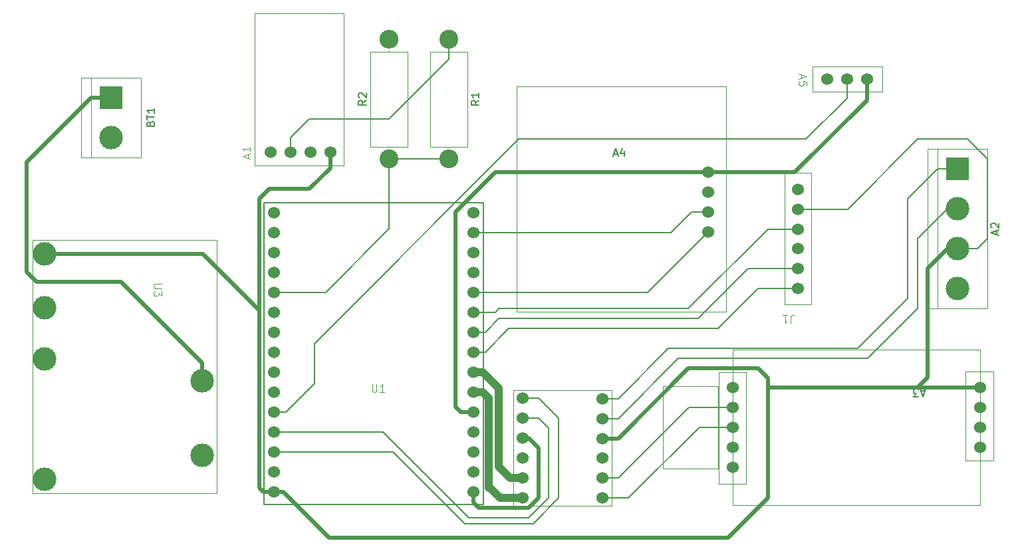
<source format=gbr>
%TF.GenerationSoftware,KiCad,Pcbnew,8.0.4*%
%TF.CreationDate,2024-11-11T21:26:13-05:00*%
%TF.ProjectId,Calidad_aire,43616c69-6461-4645-9f61-6972652e6b69,rev?*%
%TF.SameCoordinates,Original*%
%TF.FileFunction,Legend,Top*%
%TF.FilePolarity,Positive*%
%FSLAX46Y46*%
G04 Gerber Fmt 4.6, Leading zero omitted, Abs format (unit mm)*
G04 Created by KiCad (PCBNEW 8.0.4) date 2024-11-11 21:26:13*
%MOMM*%
%LPD*%
G01*
G04 APERTURE LIST*
%ADD10C,0.100000*%
%ADD11C,0.150000*%
%ADD12C,0.120000*%
%ADD13C,0.127000*%
%ADD14C,0.200000*%
%TA.AperFunction,ComponentPad*%
%ADD15C,3.000000*%
%TD*%
%TA.AperFunction,ComponentPad*%
%ADD16R,3.000000X3.000000*%
%TD*%
%TA.AperFunction,ComponentPad*%
%ADD17C,1.530000*%
%TD*%
%TA.AperFunction,ComponentPad*%
%ADD18C,2.400000*%
%TD*%
%TA.AperFunction,ComponentPad*%
%ADD19O,2.400000X2.400000*%
%TD*%
%TA.AperFunction,Conductor*%
%ADD20C,0.500000*%
%TD*%
%TA.AperFunction,Conductor*%
%ADD21C,0.200000*%
%TD*%
%TA.AperFunction,Conductor*%
%ADD22C,1.000000*%
%TD*%
G04 APERTURE END LIST*
D10*
X163277580Y-111993095D02*
X162468057Y-111993095D01*
X162468057Y-111993095D02*
X162372819Y-112040714D01*
X162372819Y-112040714D02*
X162325200Y-112088333D01*
X162325200Y-112088333D02*
X162277580Y-112183571D01*
X162277580Y-112183571D02*
X162277580Y-112374047D01*
X162277580Y-112374047D02*
X162325200Y-112469285D01*
X162325200Y-112469285D02*
X162372819Y-112516904D01*
X162372819Y-112516904D02*
X162468057Y-112564523D01*
X162468057Y-112564523D02*
X163277580Y-112564523D01*
X163277580Y-112945476D02*
X163277580Y-113564523D01*
X163277580Y-113564523D02*
X162896628Y-113231190D01*
X162896628Y-113231190D02*
X162896628Y-113374047D01*
X162896628Y-113374047D02*
X162849009Y-113469285D01*
X162849009Y-113469285D02*
X162801390Y-113516904D01*
X162801390Y-113516904D02*
X162706152Y-113564523D01*
X162706152Y-113564523D02*
X162468057Y-113564523D01*
X162468057Y-113564523D02*
X162372819Y-113516904D01*
X162372819Y-113516904D02*
X162325200Y-113469285D01*
X162325200Y-113469285D02*
X162277580Y-113374047D01*
X162277580Y-113374047D02*
X162277580Y-113088333D01*
X162277580Y-113088333D02*
X162325200Y-112993095D01*
X162325200Y-112993095D02*
X162372819Y-112945476D01*
D11*
X161856009Y-91590714D02*
X161903628Y-91447857D01*
X161903628Y-91447857D02*
X161951247Y-91400238D01*
X161951247Y-91400238D02*
X162046485Y-91352619D01*
X162046485Y-91352619D02*
X162189342Y-91352619D01*
X162189342Y-91352619D02*
X162284580Y-91400238D01*
X162284580Y-91400238D02*
X162332200Y-91447857D01*
X162332200Y-91447857D02*
X162379819Y-91543095D01*
X162379819Y-91543095D02*
X162379819Y-91924047D01*
X162379819Y-91924047D02*
X161379819Y-91924047D01*
X161379819Y-91924047D02*
X161379819Y-91590714D01*
X161379819Y-91590714D02*
X161427438Y-91495476D01*
X161427438Y-91495476D02*
X161475057Y-91447857D01*
X161475057Y-91447857D02*
X161570295Y-91400238D01*
X161570295Y-91400238D02*
X161665533Y-91400238D01*
X161665533Y-91400238D02*
X161760771Y-91447857D01*
X161760771Y-91447857D02*
X161808390Y-91495476D01*
X161808390Y-91495476D02*
X161856009Y-91590714D01*
X161856009Y-91590714D02*
X161856009Y-91924047D01*
X161379819Y-91066904D02*
X161379819Y-90495476D01*
X162379819Y-90781190D02*
X161379819Y-90781190D01*
X162379819Y-89638333D02*
X162379819Y-90209761D01*
X162379819Y-89924047D02*
X161379819Y-89924047D01*
X161379819Y-89924047D02*
X161522676Y-90019285D01*
X161522676Y-90019285D02*
X161617914Y-90114523D01*
X161617914Y-90114523D02*
X161665533Y-90209761D01*
D10*
X174276704Y-95964285D02*
X174276704Y-95488095D01*
X174562419Y-96059523D02*
X173562419Y-95726190D01*
X173562419Y-95726190D02*
X174562419Y-95392857D01*
X174562419Y-94535714D02*
X174562419Y-95107142D01*
X174562419Y-94821428D02*
X173562419Y-94821428D01*
X173562419Y-94821428D02*
X173705276Y-94916666D01*
X173705276Y-94916666D02*
X173800514Y-95011904D01*
X173800514Y-95011904D02*
X173848133Y-95107142D01*
D11*
X269604104Y-105694285D02*
X269604104Y-105218095D01*
X269889819Y-105789523D02*
X268889819Y-105456190D01*
X268889819Y-105456190D02*
X269889819Y-105122857D01*
X268985057Y-104837142D02*
X268937438Y-104789523D01*
X268937438Y-104789523D02*
X268889819Y-104694285D01*
X268889819Y-104694285D02*
X268889819Y-104456190D01*
X268889819Y-104456190D02*
X268937438Y-104360952D01*
X268937438Y-104360952D02*
X268985057Y-104313333D01*
X268985057Y-104313333D02*
X269080295Y-104265714D01*
X269080295Y-104265714D02*
X269175533Y-104265714D01*
X269175533Y-104265714D02*
X269318390Y-104313333D01*
X269318390Y-104313333D02*
X269889819Y-104884761D01*
X269889819Y-104884761D02*
X269889819Y-104265714D01*
X220840714Y-95459104D02*
X221316904Y-95459104D01*
X220745476Y-95744819D02*
X221078809Y-94744819D01*
X221078809Y-94744819D02*
X221412142Y-95744819D01*
X222174047Y-95078152D02*
X222174047Y-95744819D01*
X221935952Y-94697200D02*
X221697857Y-95411485D01*
X221697857Y-95411485D02*
X222316904Y-95411485D01*
X203689819Y-88656666D02*
X203213628Y-88989999D01*
X203689819Y-89228094D02*
X202689819Y-89228094D01*
X202689819Y-89228094D02*
X202689819Y-88847142D01*
X202689819Y-88847142D02*
X202737438Y-88751904D01*
X202737438Y-88751904D02*
X202785057Y-88704285D01*
X202785057Y-88704285D02*
X202880295Y-88656666D01*
X202880295Y-88656666D02*
X203023152Y-88656666D01*
X203023152Y-88656666D02*
X203118390Y-88704285D01*
X203118390Y-88704285D02*
X203166009Y-88751904D01*
X203166009Y-88751904D02*
X203213628Y-88847142D01*
X203213628Y-88847142D02*
X203213628Y-89228094D01*
X203689819Y-87704285D02*
X203689819Y-88275713D01*
X203689819Y-87989999D02*
X202689819Y-87989999D01*
X202689819Y-87989999D02*
X202832676Y-88085237D01*
X202832676Y-88085237D02*
X202927914Y-88180475D01*
X202927914Y-88180475D02*
X202975533Y-88275713D01*
D10*
X243378333Y-116972580D02*
X243378333Y-116258295D01*
X243378333Y-116258295D02*
X243425952Y-116115438D01*
X243425952Y-116115438D02*
X243521190Y-116020200D01*
X243521190Y-116020200D02*
X243664047Y-115972580D01*
X243664047Y-115972580D02*
X243759285Y-115972580D01*
X242378333Y-115972580D02*
X242949761Y-115972580D01*
X242664047Y-115972580D02*
X242664047Y-116972580D01*
X242664047Y-116972580D02*
X242759285Y-116829723D01*
X242759285Y-116829723D02*
X242854523Y-116734485D01*
X242854523Y-116734485D02*
X242949761Y-116686866D01*
D11*
X189329819Y-88656666D02*
X188853628Y-88989999D01*
X189329819Y-89228094D02*
X188329819Y-89228094D01*
X188329819Y-89228094D02*
X188329819Y-88847142D01*
X188329819Y-88847142D02*
X188377438Y-88751904D01*
X188377438Y-88751904D02*
X188425057Y-88704285D01*
X188425057Y-88704285D02*
X188520295Y-88656666D01*
X188520295Y-88656666D02*
X188663152Y-88656666D01*
X188663152Y-88656666D02*
X188758390Y-88704285D01*
X188758390Y-88704285D02*
X188806009Y-88751904D01*
X188806009Y-88751904D02*
X188853628Y-88847142D01*
X188853628Y-88847142D02*
X188853628Y-89228094D01*
X188425057Y-88275713D02*
X188377438Y-88228094D01*
X188377438Y-88228094D02*
X188329819Y-88132856D01*
X188329819Y-88132856D02*
X188329819Y-87894761D01*
X188329819Y-87894761D02*
X188377438Y-87799523D01*
X188377438Y-87799523D02*
X188425057Y-87751904D01*
X188425057Y-87751904D02*
X188520295Y-87704285D01*
X188520295Y-87704285D02*
X188615533Y-87704285D01*
X188615533Y-87704285D02*
X188758390Y-87751904D01*
X188758390Y-87751904D02*
X189329819Y-88323332D01*
X189329819Y-88323332D02*
X189329819Y-87704285D01*
X260444285Y-125670895D02*
X259968095Y-125670895D01*
X260539523Y-125385180D02*
X260206190Y-126385180D01*
X260206190Y-126385180D02*
X259872857Y-125385180D01*
X259634761Y-126385180D02*
X259015714Y-126385180D01*
X259015714Y-126385180D02*
X259349047Y-126004228D01*
X259349047Y-126004228D02*
X259206190Y-126004228D01*
X259206190Y-126004228D02*
X259110952Y-125956609D01*
X259110952Y-125956609D02*
X259063333Y-125908990D01*
X259063333Y-125908990D02*
X259015714Y-125813752D01*
X259015714Y-125813752D02*
X259015714Y-125575657D01*
X259015714Y-125575657D02*
X259063333Y-125480419D01*
X259063333Y-125480419D02*
X259110952Y-125432800D01*
X259110952Y-125432800D02*
X259206190Y-125385180D01*
X259206190Y-125385180D02*
X259491904Y-125385180D01*
X259491904Y-125385180D02*
X259587142Y-125432800D01*
X259587142Y-125432800D02*
X259634761Y-125480419D01*
D10*
X244693295Y-85325714D02*
X244693295Y-85801904D01*
X244407580Y-85230476D02*
X245407580Y-85563809D01*
X245407580Y-85563809D02*
X244407580Y-85897142D01*
X245407580Y-86706666D02*
X245407580Y-86230476D01*
X245407580Y-86230476D02*
X244931390Y-86182857D01*
X244931390Y-86182857D02*
X244979009Y-86230476D01*
X244979009Y-86230476D02*
X245026628Y-86325714D01*
X245026628Y-86325714D02*
X245026628Y-86563809D01*
X245026628Y-86563809D02*
X244979009Y-86659047D01*
X244979009Y-86659047D02*
X244931390Y-86706666D01*
X244931390Y-86706666D02*
X244836152Y-86754285D01*
X244836152Y-86754285D02*
X244598057Y-86754285D01*
X244598057Y-86754285D02*
X244502819Y-86706666D01*
X244502819Y-86706666D02*
X244455200Y-86659047D01*
X244455200Y-86659047D02*
X244407580Y-86563809D01*
X244407580Y-86563809D02*
X244407580Y-86325714D01*
X244407580Y-86325714D02*
X244455200Y-86230476D01*
X244455200Y-86230476D02*
X244502819Y-86182857D01*
X190078095Y-124787419D02*
X190078095Y-125596942D01*
X190078095Y-125596942D02*
X190125714Y-125692180D01*
X190125714Y-125692180D02*
X190173333Y-125739800D01*
X190173333Y-125739800D02*
X190268571Y-125787419D01*
X190268571Y-125787419D02*
X190459047Y-125787419D01*
X190459047Y-125787419D02*
X190554285Y-125739800D01*
X190554285Y-125739800D02*
X190601904Y-125692180D01*
X190601904Y-125692180D02*
X190649523Y-125596942D01*
X190649523Y-125596942D02*
X190649523Y-124787419D01*
X191649523Y-125787419D02*
X191078095Y-125787419D01*
X191363809Y-125787419D02*
X191363809Y-124787419D01*
X191363809Y-124787419D02*
X191268571Y-124930276D01*
X191268571Y-124930276D02*
X191173333Y-125025514D01*
X191173333Y-125025514D02*
X191078095Y-125073133D01*
%TO.C,U3*%
X170275000Y-106395000D02*
X146875000Y-106395000D01*
X146875000Y-138695000D01*
X170275000Y-138695000D01*
X170275000Y-106395000D01*
D12*
%TO.C,BT1*%
X160655000Y-85725000D02*
X153035000Y-85725000D01*
X153035000Y-85725000D02*
X153035000Y-95885000D01*
X160655000Y-95885000D02*
X160655000Y-85725000D01*
X154305000Y-95885000D02*
X154305000Y-85725000D01*
X153035000Y-95885000D02*
X160655000Y-95885000D01*
%TO.C,A1*%
D10*
X175105000Y-96930000D02*
X186485000Y-96930000D01*
X186485000Y-77530000D01*
X175105000Y-77530000D01*
X175105000Y-96930000D01*
D12*
%TO.C,A2*%
X260825000Y-94840000D02*
X260825000Y-115160000D01*
X260825000Y-115160000D02*
X268445000Y-115160000D01*
X262095000Y-115160000D02*
X262095000Y-94840000D01*
X268445000Y-94840000D02*
X260825000Y-94840000D01*
X268445000Y-94840000D02*
X268445000Y-115160000D01*
%TO.C,A4*%
D10*
X208485000Y-86870000D02*
X235165000Y-86870000D01*
X235165000Y-115570000D01*
X208485000Y-115570000D01*
X208485000Y-86870000D01*
D12*
%TO.C,R1*%
X197495000Y-82420000D02*
X197495000Y-94560000D01*
X197495000Y-94560000D02*
X202235000Y-94560000D01*
X199865000Y-82310000D02*
X199865000Y-82420000D01*
X199865000Y-94670000D02*
X199865000Y-94560000D01*
X202235000Y-82420000D02*
X197495000Y-82420000D01*
X202235000Y-94560000D02*
X202235000Y-82420000D01*
%TO.C,J1*%
D10*
X245975000Y-114660000D02*
X242605000Y-114660000D01*
X242605000Y-97870000D01*
X245975000Y-97870000D01*
X245975000Y-114660000D01*
D12*
%TO.C,R2*%
X189875000Y-82420000D02*
X189875000Y-94560000D01*
X189875000Y-94560000D02*
X194615000Y-94560000D01*
X192245000Y-82310000D02*
X192245000Y-82420000D01*
X192245000Y-94670000D02*
X192245000Y-94560000D01*
X194615000Y-82420000D02*
X189875000Y-82420000D01*
X194615000Y-94560000D02*
X194615000Y-82420000D01*
%TO.C,A3*%
D10*
X234165000Y-135530000D02*
X227135000Y-135530000D01*
X227135000Y-125030000D01*
X234165000Y-125030000D01*
X234165000Y-135530000D01*
X237730000Y-137460000D02*
X234190000Y-137460000D01*
X234190000Y-123280000D01*
X237730000Y-123280000D01*
X237730000Y-137460000D01*
X267500000Y-140200000D02*
X236000000Y-140200000D01*
X236000000Y-120400000D01*
X267500000Y-120400000D01*
X267500000Y-140200000D01*
X269210000Y-134560000D02*
X265670000Y-134560000D01*
X265670000Y-123200000D01*
X269210000Y-123200000D01*
X269210000Y-134560000D01*
%TO.C,U2*%
X220605000Y-140320000D02*
X208095000Y-140320000D01*
X208095000Y-125590000D01*
X220605000Y-125590000D01*
X220605000Y-140320000D01*
%TO.C,A5*%
X255035000Y-84300000D02*
X246185000Y-84300000D01*
X246185000Y-87550000D01*
X255035000Y-87550000D01*
X255035000Y-84300000D01*
D13*
%TO.C,U1*%
X176310000Y-101690000D02*
X176340000Y-140130000D01*
X176340000Y-140130000D02*
X186220000Y-140130000D01*
X186190000Y-140130000D02*
X194320000Y-140130000D01*
X194320000Y-140130000D02*
X204210000Y-140130000D01*
X204210000Y-101690000D02*
X176310000Y-101690000D01*
X204210000Y-140130000D02*
X204210000Y-101690000D01*
D14*
X175790000Y-102820000D02*
G75*
G02*
X175590000Y-102820000I-100000J0D01*
G01*
X175590000Y-102820000D02*
G75*
G02*
X175790000Y-102820000I100000J0D01*
G01*
%TD*%
D15*
%TO.P,U3,1,VOUT+*%
%TO.N,5V*%
X148375000Y-108175000D03*
%TO.P,U3,2,VOUT-*%
%TO.N,GND*%
X148375000Y-115075000D03*
%TO.P,U3,3,IN+*%
%TO.N,unconnected-(U3-IN+-Pad3)*%
X148375000Y-121575000D03*
%TO.P,U3,4,IN-*%
%TO.N,unconnected-(U3-IN--Pad4)*%
X148375000Y-136875000D03*
%TO.P,U3,5,BAT+*%
%TO.N,Net-(BT1-+)*%
X168475000Y-124375000D03*
%TO.P,U3,6,BAT-*%
%TO.N,GND*%
X168475000Y-133875000D03*
%TD*%
D16*
%TO.P,BT1,1,+*%
%TO.N,Net-(BT1-+)*%
X156845000Y-88265000D03*
D15*
%TO.P,BT1,2,-*%
%TO.N,GND*%
X156845000Y-93345000D03*
%TD*%
D17*
%TO.P,A1,1,5V*%
%TO.N,5V*%
X184745000Y-95250000D03*
%TO.P,A1,2,GND*%
%TO.N,GND*%
X177165000Y-95250000D03*
%TO.P,A1,3,DO*%
%TO.N,Net-(A1-DO)*%
X179705000Y-95250000D03*
%TO.P,A1,4,AO*%
%TO.N,unconnected-(A1-AO-Pad4)*%
X182245000Y-95250000D03*
%TD*%
D16*
%TO.P,A2,1,RX*%
%TO.N,TX0_5V*%
X264635000Y-97380000D03*
D15*
%TO.P,A2,2,TX*%
%TO.N,RX0_5V*%
X264635000Y-102460000D03*
%TO.P,A2,3,5V*%
%TO.N,5V*%
X264635000Y-107540000D03*
%TO.P,A2,4,GND*%
%TO.N,GND*%
X264635000Y-112620000D03*
%TD*%
D17*
%TO.P,A4,1,SDA*%
%TO.N,SDA*%
X232885000Y-105370000D03*
%TO.P,A4,2,SCK*%
%TO.N,SCK*%
X232885000Y-102870000D03*
%TO.P,A4,3,VCC*%
%TO.N,3.3V*%
X232885000Y-97790000D03*
%TO.P,A4,4,GND*%
%TO.N,GND*%
X232885000Y-100330000D03*
%TD*%
D18*
%TO.P,R1,1*%
%TO.N,Net-(A1-DO)*%
X199865000Y-80870000D03*
D19*
%TO.P,R1,2*%
%TO.N,AO_MQ_135*%
X199865000Y-96110000D03*
%TD*%
D17*
%TO.P,J1,1,5V*%
%TO.N,5V*%
X244315000Y-102500000D03*
%TO.P,J1,2,CS*%
%TO.N,SD_SS*%
X244315000Y-112620000D03*
%TO.P,J1,3,MOSI*%
%TO.N,SD_MOSI*%
X244315000Y-107540000D03*
%TO.P,J1,4,CLK*%
%TO.N,SD_CLK*%
X244315000Y-110080000D03*
%TO.P,J1,5,MISO*%
%TO.N,SD_MISO*%
X244315000Y-105040000D03*
%TO.P,J1,6,GND*%
%TO.N,GND*%
X244315000Y-99960000D03*
%TD*%
D18*
%TO.P,R2,1*%
%TO.N,AO_MQ_135*%
X192245000Y-96110000D03*
D19*
%TO.P,R2,2*%
%TO.N,GND*%
X192245000Y-80870000D03*
%TD*%
D17*
%TO.P,A3,*%
%TO.N,*%
X267470000Y-132850000D03*
X267470000Y-130310000D03*
X235990000Y-135360000D03*
X235990000Y-132820000D03*
X235990000Y-125240000D03*
%TO.P,A3,1,RX*%
%TO.N,TX2_5V*%
X235990000Y-127780000D03*
%TO.P,A3,2,TX*%
%TO.N,RX2_5V*%
X235990000Y-130280000D03*
%TO.P,A3,3,5V*%
%TO.N,5V*%
X267470000Y-125230000D03*
%TO.P,A3,4,GND*%
%TO.N,GND*%
X267470000Y-127770000D03*
%TD*%
%TO.P,U2,*%
%TO.N,*%
X209265000Y-134210000D03*
%TO.P,U2,1,VCCA*%
%TO.N,5V*%
X219425000Y-131710000D03*
%TO.P,U2,2,A1*%
%TO.N,TX0_5V*%
X219425000Y-126630000D03*
%TO.P,U2,3,A2*%
%TO.N,RX0_5V*%
X219425000Y-129170000D03*
%TO.P,U2,4,A3*%
%TO.N,TX2_5V*%
X219425000Y-136750000D03*
%TO.P,U2,5,A4*%
%TO.N,RX2_5V*%
X219425000Y-139290000D03*
%TO.P,U2,7,GND*%
%TO.N,GND*%
X219425000Y-134210000D03*
%TO.P,U2,10,B4*%
%TO.N,RX2_3V*%
X209265000Y-139290000D03*
%TO.P,U2,11,B3*%
%TO.N,TX2_3V*%
X209265000Y-136750000D03*
%TO.P,U2,12,B2*%
%TO.N,RX0_3V*%
X209265000Y-129130000D03*
%TO.P,U2,13,B1*%
%TO.N,TX0_3V*%
X209265000Y-126590000D03*
%TO.P,U2,14,VCCB*%
%TO.N,3.3V*%
X209265000Y-131670000D03*
%TD*%
%TO.P,A5,1,VDD*%
%TO.N,3.3V*%
X253075000Y-85900000D03*
%TO.P,A5,2,DATA*%
%TO.N,DHT_22*%
X250535000Y-85900000D03*
%TO.P,A5,3,GND*%
%TO.N,GND*%
X247995000Y-85900000D03*
%TD*%
%TO.P,U1,1,EN*%
%TO.N,unconnected-(U1-EN-Pad1)*%
X177560000Y-102940000D03*
%TO.P,U1,2,GPIO36_ADC-CH0_SENS-VP_RTC-GPIO0*%
%TO.N,unconnected-(U1-GPIO36_ADC-CH0_SENS-VP_RTC-GPIO0-Pad2)*%
X177560000Y-105480000D03*
%TO.P,U1,3,GPIO39_ADC1-CH3_SENS-VN_RTC-GPIO3*%
%TO.N,unconnected-(U1-GPIO39_ADC1-CH3_SENS-VN_RTC-GPIO3-Pad3)*%
X177560000Y-108020000D03*
%TO.P,U1,4,GPIO34_ADC1-CH6_RTC-GPIO4*%
%TO.N,unconnected-(U1-GPIO34_ADC1-CH6_RTC-GPIO4-Pad4)*%
X177560000Y-110560000D03*
%TO.P,U1,5,GPIO35_ADC1-CH7_RTC-GPIO5*%
%TO.N,AO_MQ_135*%
X177560000Y-113100000D03*
%TO.P,U1,6,GPIO32_ADC1-CH4_RTC-GPIO9*%
%TO.N,unconnected-(U1-GPIO32_ADC1-CH4_RTC-GPIO9-Pad6)*%
X177560000Y-115640000D03*
%TO.P,U1,7,GPIO33_ADC1-CH5_RTC-GPIO8*%
%TO.N,unconnected-(U1-GPIO33_ADC1-CH5_RTC-GPIO8-Pad7)*%
X177560000Y-118180000D03*
%TO.P,U1,8,GPIO25_ADC2-CH8_DAC1_RTC-GPIO6*%
%TO.N,unconnected-(U1-GPIO25_ADC2-CH8_DAC1_RTC-GPIO6-Pad8)*%
X177560000Y-120720000D03*
%TO.P,U1,9,GPIO26_ADC2-CH9_DAC2_RTC-GPIO7*%
%TO.N,unconnected-(U1-GPIO26_ADC2-CH9_DAC2_RTC-GPIO7-Pad9)*%
X177560000Y-123260000D03*
%TO.P,U1,10,GPIO27_ADC2-CH7_RTC-GPIO17*%
%TO.N,unconnected-(U1-GPIO27_ADC2-CH7_RTC-GPIO17-Pad10)*%
X177560000Y-125800000D03*
%TO.P,U1,11,GPIO14_ADC2-CH6_HSPI-CLK_RTC-GPIO16*%
%TO.N,DHT_22*%
X177560000Y-128340000D03*
%TO.P,U1,12,GPIO12_ADC2-CH5_HSPI-MISO_RTC-GPIO15*%
%TO.N,RX0_3V*%
X177560000Y-130880000D03*
%TO.P,U1,13,GPIO13_ADC2-CH4_HSPI-MOSI_RTC-GPIO14*%
%TO.N,TX0_3V*%
X177560000Y-133420000D03*
%TO.P,U1,14,GND*%
%TO.N,GND*%
X177560000Y-135960000D03*
%TO.P,U1,15,VIN*%
%TO.N,5V*%
X177560000Y-138500000D03*
%TO.P,U1,16,3V3*%
%TO.N,3.3V*%
X202960000Y-138500000D03*
%TO.P,U1,17,GND*%
%TO.N,unconnected-(U1-GND-Pad17)*%
X202960000Y-135960000D03*
%TO.P,U1,18,GPIO15_ADC2-CH3_HSPI-CS0_RTC-GPIO13*%
%TO.N,unconnected-(U1-GPIO15_ADC2-CH3_HSPI-CS0_RTC-GPIO13-Pad18)*%
X202960000Y-133420000D03*
%TO.P,U1,19,GPIO2_ADC2-CH2_RTC-GPIO12*%
%TO.N,unconnected-(U1-GPIO2_ADC2-CH2_RTC-GPIO12-Pad19)*%
X202960000Y-130880000D03*
%TO.P,U1,20,GPIO4_ADC2-CH0_RTC-GPIO10*%
%TO.N,3.3V*%
X202960000Y-128340000D03*
%TO.P,U1,21,GPIO16_UART2-RX*%
%TO.N,RX2_3V*%
X202960000Y-125800000D03*
%TO.P,U1,22,GPIO17_UART2-TX*%
%TO.N,TX2_3V*%
X202960000Y-123260000D03*
%TO.P,U1,23,GPIO5_VSPI-CS0*%
%TO.N,SD_SS*%
X202960000Y-120720000D03*
%TO.P,U1,24,GPIO18_VSPI-CLK*%
%TO.N,SD_CLK*%
X202960000Y-118180000D03*
%TO.P,U1,25,GPIO19_VSPI-MISO*%
%TO.N,SD_MISO*%
X202960000Y-115640000D03*
%TO.P,U1,26,GPIO21_I2C-SDA*%
%TO.N,SDA*%
X202960000Y-113100000D03*
%TO.P,U1,27,GPIO3__UART0-RX*%
%TO.N,unconnected-(U1-GPIO3__UART0-RX-Pad27)*%
X202960000Y-110560000D03*
%TO.P,U1,28,GPIO1_UART0-TX*%
%TO.N,unconnected-(U1-GPIO1_UART0-TX-Pad28)*%
X202960000Y-108020000D03*
%TO.P,U1,29,GPIO22_I2C-SCL*%
%TO.N,SCK*%
X202960000Y-105480000D03*
%TO.P,U1,30,GPIO23_VSPI-MOSI*%
%TO.N,SD_MOSI*%
X202960000Y-102940000D03*
%TD*%
D20*
%TO.N,3.3V*%
X201365000Y-128340000D02*
X202960000Y-128340000D01*
X200660000Y-127635000D02*
X201365000Y-128340000D01*
X200660000Y-102870000D02*
X200660000Y-127635000D01*
X205740000Y-97790000D02*
X200660000Y-102870000D01*
X232885000Y-97790000D02*
X205740000Y-97790000D01*
%TO.N,Net-(BT1-+)*%
X158115000Y-111760000D02*
X168475000Y-122120000D01*
X168475000Y-122120000D02*
X168475000Y-124375000D01*
X147320000Y-111760000D02*
X158115000Y-111760000D01*
X146050000Y-110490000D02*
X147320000Y-111760000D01*
X154305000Y-88265000D02*
X146050000Y-96520000D01*
X146050000Y-96520000D02*
X146050000Y-110490000D01*
X156845000Y-88265000D02*
X154305000Y-88265000D01*
%TO.N,5V*%
X175735000Y-115410000D02*
X175735000Y-115570000D01*
X175735000Y-115570000D02*
X175735000Y-138020000D01*
X175735000Y-101190000D02*
X175735000Y-115570000D01*
X148375000Y-108175000D02*
X168500000Y-108175000D01*
X168500000Y-108175000D02*
X175735000Y-115410000D01*
D21*
%TO.N,RX0_3V*%
X211295000Y-129130000D02*
X209265000Y-129130000D01*
X212565000Y-130400000D02*
X211295000Y-129130000D01*
X202405000Y-141830000D02*
X210025000Y-141830000D01*
X191455000Y-130880000D02*
X202405000Y-141830000D01*
X177560000Y-130880000D02*
X191455000Y-130880000D01*
X210025000Y-141830000D02*
X212565000Y-139290000D01*
X212565000Y-139290000D02*
X212565000Y-130400000D01*
%TO.N,TX0_3V*%
X201855000Y-142550000D02*
X192725000Y-133420000D01*
X192725000Y-133420000D02*
X177560000Y-133420000D01*
X210575000Y-142550000D02*
X201855000Y-142550000D01*
X213835000Y-129130000D02*
X213835000Y-139290000D01*
X213835000Y-139290000D02*
X210575000Y-142550000D01*
X211295000Y-126590000D02*
X213835000Y-129130000D01*
X209265000Y-126590000D02*
X211295000Y-126590000D01*
%TO.N,DHT_22*%
X245325000Y-93570000D02*
X208755000Y-93570000D01*
X250535000Y-88360000D02*
X245325000Y-93570000D01*
X177560000Y-128340000D02*
X179065000Y-128340000D01*
X179065000Y-128340000D02*
X182720000Y-124685000D01*
X250535000Y-85900000D02*
X250535000Y-88360000D01*
X208755000Y-93570000D02*
X182720000Y-119605000D01*
X182720000Y-124685000D02*
X182720000Y-119605000D01*
%TO.N,TX2_5V*%
X219425000Y-136750000D02*
X221455000Y-136750000D01*
X230425000Y-127780000D02*
X235990000Y-127780000D01*
X221455000Y-136750000D02*
X230425000Y-127780000D01*
%TO.N,SDA*%
X225155000Y-113100000D02*
X202960000Y-113100000D01*
X232885000Y-105370000D02*
X225155000Y-113100000D01*
%TO.N,SD_SS*%
X204465000Y-120720000D02*
X202960000Y-120720000D01*
X244315000Y-112620000D02*
X239235000Y-112620000D01*
X234155000Y-117700000D02*
X207485000Y-117700000D01*
X207485000Y-117700000D02*
X204465000Y-120720000D01*
X239235000Y-112620000D02*
X234155000Y-117700000D01*
D20*
%TO.N,3.3V*%
X253075000Y-85900000D02*
X253075000Y-88620000D01*
X211295000Y-132940000D02*
X211295000Y-139290000D01*
X203675000Y-140560000D02*
X202960000Y-139845000D01*
X210025000Y-140560000D02*
X203675000Y-140560000D01*
X253075000Y-88620000D02*
X243905000Y-97790000D01*
X209265000Y-131670000D02*
X210025000Y-131670000D01*
X202960000Y-139845000D02*
X202960000Y-138500000D01*
X211295000Y-139290000D02*
X210025000Y-140560000D01*
X243905000Y-97790000D02*
X232885000Y-97790000D01*
X210025000Y-131670000D02*
X211295000Y-132940000D01*
D21*
%TO.N,TX0_5V*%
X227805000Y-120240000D02*
X221415000Y-126630000D01*
X264635000Y-97380000D02*
X262095000Y-97380000D01*
X251935000Y-120240000D02*
X240505000Y-120240000D01*
X240505000Y-120240000D02*
X227805000Y-120240000D01*
X258285000Y-101190000D02*
X258285000Y-113890000D01*
X221415000Y-126630000D02*
X219425000Y-126630000D01*
X258285000Y-113890000D02*
X251935000Y-120240000D01*
X262095000Y-97380000D02*
X258285000Y-101190000D01*
%TO.N,RX2_5V*%
X219425000Y-139290000D02*
X222725000Y-139290000D01*
X231735000Y-130280000D02*
X235990000Y-130280000D01*
X222725000Y-139290000D02*
X231735000Y-130280000D01*
%TO.N,SD_MISO*%
X206215000Y-115160000D02*
X205735000Y-115640000D01*
X205735000Y-115640000D02*
X202960000Y-115640000D01*
X240465000Y-105040000D02*
X230345000Y-115160000D01*
X244315000Y-105040000D02*
X240465000Y-105040000D01*
X230345000Y-115160000D02*
X206215000Y-115160000D01*
%TO.N,SD_CLK*%
X237965000Y-110080000D02*
X231615000Y-116430000D01*
X204465000Y-118180000D02*
X202960000Y-118180000D01*
X231615000Y-116430000D02*
X206215000Y-116430000D01*
X244315000Y-110080000D02*
X237965000Y-110080000D01*
X206215000Y-116430000D02*
X204465000Y-118180000D01*
%TO.N,SCK*%
X232885000Y-102870000D02*
X230755000Y-102870000D01*
X228145000Y-105480000D02*
X202960000Y-105480000D01*
X230755000Y-102870000D02*
X228145000Y-105480000D01*
%TO.N,RX0_5V*%
X263365000Y-102460000D02*
X259555000Y-106270000D01*
X229075000Y-121510000D02*
X221415000Y-129170000D01*
X221415000Y-129170000D02*
X219425000Y-129170000D01*
X259555000Y-115160000D02*
X253205000Y-121510000D01*
X253205000Y-121510000D02*
X240505000Y-121510000D01*
X259555000Y-106270000D02*
X259555000Y-115160000D01*
X240505000Y-121510000D02*
X229075000Y-121510000D01*
X264635000Y-102460000D02*
X263365000Y-102460000D01*
D20*
%TO.N,5V*%
X260825000Y-123960000D02*
X259555000Y-125230000D01*
X221415000Y-131710000D02*
X230345000Y-122780000D01*
D21*
X250625000Y-102500000D02*
X244315000Y-102500000D01*
D20*
X240505000Y-139290000D02*
X235425000Y-144370000D01*
D21*
X268445000Y-106270000D02*
X268445000Y-96110000D01*
X267175000Y-107540000D02*
X268445000Y-106270000D01*
X240595000Y-125230000D02*
X240505000Y-125320000D01*
D20*
X239235000Y-122780000D02*
X240505000Y-124050000D01*
D21*
X264635000Y-107540000D02*
X263365000Y-107540000D01*
D20*
X177005000Y-99920000D02*
X175735000Y-101190000D01*
X219425000Y-131710000D02*
X221415000Y-131710000D01*
X240505000Y-125320000D02*
X240505000Y-139290000D01*
D21*
X268445000Y-96110000D02*
X265905000Y-93570000D01*
D20*
X177560000Y-138500000D02*
X178755000Y-138500000D01*
X235425000Y-144370000D02*
X184625000Y-144370000D01*
X260825000Y-110080000D02*
X260825000Y-123960000D01*
X230345000Y-122780000D02*
X239235000Y-122780000D01*
X240505000Y-124050000D02*
X240505000Y-125320000D01*
D21*
X264635000Y-107540000D02*
X267175000Y-107540000D01*
D20*
X175735000Y-138020000D02*
X176215000Y-138500000D01*
X178755000Y-138500000D02*
X184625000Y-144370000D01*
X267470000Y-125230000D02*
X259555000Y-125230000D01*
X184745000Y-97260000D02*
X182085000Y-99920000D01*
X182085000Y-99920000D02*
X177005000Y-99920000D01*
X263365000Y-107540000D02*
X260825000Y-110080000D01*
X176215000Y-138500000D02*
X177560000Y-138500000D01*
D21*
X265905000Y-93570000D02*
X259555000Y-93570000D01*
D20*
X184745000Y-95250000D02*
X184745000Y-97260000D01*
D21*
X259555000Y-93570000D02*
X250625000Y-102500000D01*
D20*
X259555000Y-125230000D02*
X240595000Y-125230000D01*
D21*
%TO.N,AO_MQ_135*%
X192245000Y-96110000D02*
X199865000Y-96110000D01*
X192245000Y-105000000D02*
X184145000Y-113100000D01*
X192245000Y-96110000D02*
X192245000Y-105000000D01*
X184145000Y-113100000D02*
X177560000Y-113100000D01*
%TO.N,Net-(A1-DO)*%
X199865000Y-83410000D02*
X192245000Y-91030000D01*
X179705000Y-93410000D02*
X179705000Y-95250000D01*
X192245000Y-91030000D02*
X182085000Y-91030000D01*
X199865000Y-80870000D02*
X199865000Y-83410000D01*
X182085000Y-91030000D02*
X179705000Y-93410000D01*
D22*
%TO.N,TX2_3V*%
X206215000Y-135330000D02*
X207635000Y-136750000D01*
X206215000Y-125320000D02*
X206215000Y-135330000D01*
X202960000Y-123260000D02*
X204155000Y-123260000D01*
X207635000Y-136750000D02*
X209265000Y-136750000D01*
X204155000Y-123260000D02*
X206215000Y-125320000D01*
%TO.N,RX2_3V*%
X202960000Y-125800000D02*
X204155000Y-125800000D01*
X206365000Y-139290000D02*
X209265000Y-139290000D01*
X204945000Y-126590000D02*
X204945000Y-138020000D01*
X205095000Y-138020000D02*
X206365000Y-139290000D01*
X204155000Y-125800000D02*
X204945000Y-126590000D01*
X204945000Y-138020000D02*
X205095000Y-138020000D01*
%TD*%
M02*

</source>
